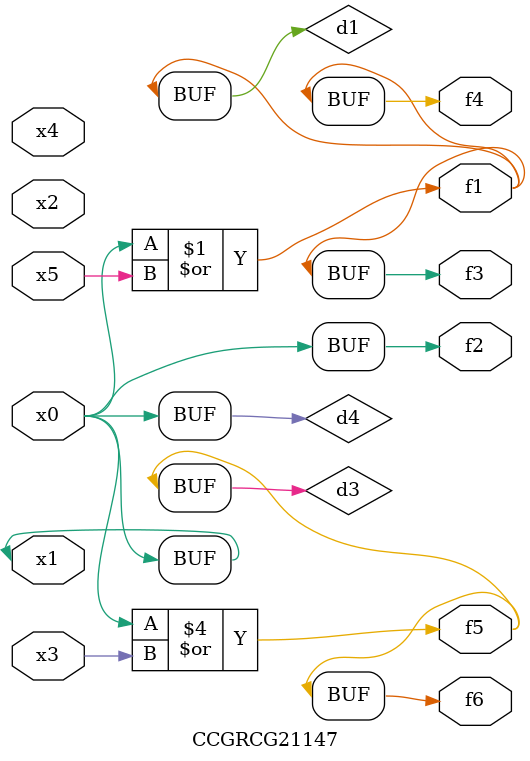
<source format=v>
module CCGRCG21147(
	input x0, x1, x2, x3, x4, x5,
	output f1, f2, f3, f4, f5, f6
);

	wire d1, d2, d3, d4;

	or (d1, x0, x5);
	xnor (d2, x1, x4);
	or (d3, x0, x3);
	buf (d4, x0, x1);
	assign f1 = d1;
	assign f2 = d4;
	assign f3 = d1;
	assign f4 = d1;
	assign f5 = d3;
	assign f6 = d3;
endmodule

</source>
